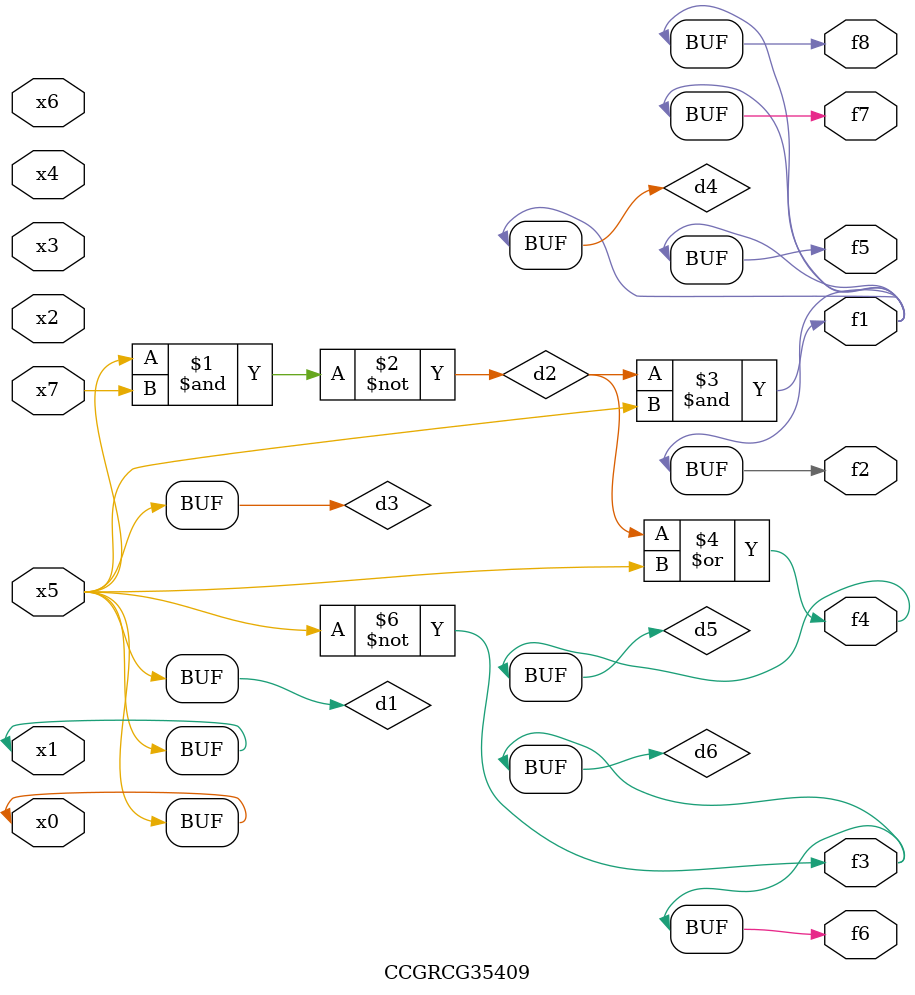
<source format=v>
module CCGRCG35409(
	input x0, x1, x2, x3, x4, x5, x6, x7,
	output f1, f2, f3, f4, f5, f6, f7, f8
);

	wire d1, d2, d3, d4, d5, d6;

	buf (d1, x0, x5);
	nand (d2, x5, x7);
	buf (d3, x0, x1);
	and (d4, d2, d3);
	or (d5, d2, d3);
	nor (d6, d1, d3);
	assign f1 = d4;
	assign f2 = d4;
	assign f3 = d6;
	assign f4 = d5;
	assign f5 = d4;
	assign f6 = d6;
	assign f7 = d4;
	assign f8 = d4;
endmodule

</source>
